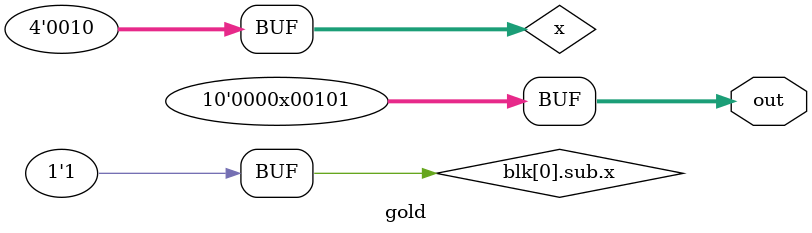
<source format=sv>
`default_nettype none

module gate(out);
    wire [3:0] x;
    for (genvar x = 0; x < 2; x++) begin : blk
        localparam w = x;
        if (x == 0) begin : sub
            wire [w:0] x;
        end
    end
    assign x = 2;
    assign blk[0].sub.x = '1;
    output wire [9:0] out;
    assign out = {1'bx, x, blk[0].sub.x};
endmodule

module gold(out);
    wire [3:0] x;
    genvar z;
    for (z = 0; z < 2; z++) begin : blk
        localparam w = z;
        if (z == 0) begin : sub
            wire [w:0] x;
        end
    end
    assign x = 2;
    assign blk[0].sub.x = '1;
    output wire [9:0] out;
    assign out = {1'bx, x, blk[0].sub.x};
endmodule

</source>
